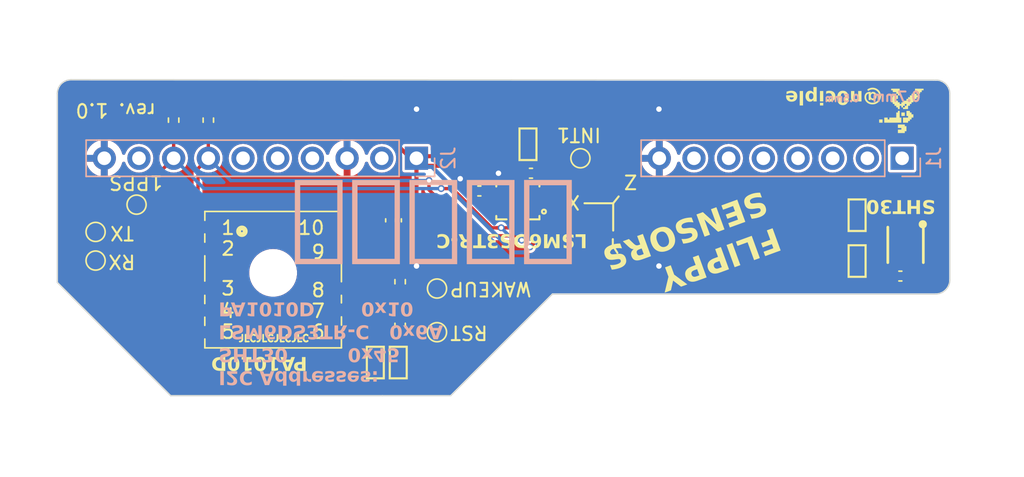
<source format=kicad_pcb>
(kicad_pcb (version 20221018) (generator pcbnew)
  (layers (0 "F.Cu" signal) (31 "B.Cu" signal) (34 "B.Paste" user) (35 "F.Paste" user) (36 "B.SilkS" user "B.Silkscreen") (37 "F.SilkS" user "F.Silkscreen") (38 "B.Mask" user) (39 "F.Mask" user) (44 "Edge.Cuts" user))
  (net 0 "")
  (net 1 "GND")
  (net 2 "+3.3V")
  (net 3 "+5V")
  (net 12 "TX UART")
  (net 13 "RX UART")
  (net 14 "SDA")
  (net 15 "SCL")
  (net 19 "Net-(U2-INT1)")
  (net 23 "Net-(U3-WAKEUP)")
  (net 24 "Net-(U3-~{RESET})")
  (net 25 "Net-(U3-1PPS)")
  (net 26 "Net-(U3-RX)")
  (net 27 "Net-(U3-TX)")
  (footprint "TestPoint:TestPoint_Pad_D1.0mm" (layer "F.Cu") (at 152 111.15)
    (fp_text reference "WAKEUP" hide)
    (fp_text value "wakup pin")
    (fp_circle (center 0 0) (end 0 0.7) (stroke (width 0.12)) (fill none) (layer "F.SilkS"))
    (pad "1" smd circle (at 0 0) (size 1 1) (layers "F.Cu" "F.Mask") (net 23 "Net-(U3-WAKEUP)"))
  )
  (footprint "TestPoint:TestPoint_Pad_D1.0mm" (layer "F.Cu") (at 127 107)
    (fp_text reference "TX" hide)
    (fp_text value "UART TX" hide)
    (fp_circle (center 0 0) (end 0 0.7) (stroke (width 0.12)) (fill none) (layer "F.SilkS"))
    (pad "1" smd circle (at 0 0) (size 1 1) (layers "F.Cu" "F.Mask") (net 27 "Net-(U3-TX)"))
  )
  (footprint "Capacitor_SMD:C_0402_1005Metric" (layer "F.Cu") (at 155.1 104 180)
    (fp_text reference "C2" hide)
    (fp_text value "100n" hide)
    (fp_line (start -0.107836 -0.36) (end 0.107836 -0.36) (stroke (width 0.12)) (layer "F.SilkS"))
    (fp_line (start -0.107836 0.36) (end 0.107836 0.36) (stroke (width 0.12)) (layer "F.SilkS"))
    (pad "1" smd roundrect (at -0.48 0 180) (size 0.56 0.62) (layers "F.Cu" "F.Paste" "F.Mask") (net 2 "+3.3V"))
    (pad "2" smd roundrect (at 0.48 0 180) (size 0.56 0.62) (layers "F.Cu" "F.Paste" "F.Mask") (net 1 "GND"))
  )
  (footprint "Resistor_SMD:R_0402_1005Metric" (layer "F.Cu") (at 149.3 110.65 90)
    (fp_text reference "R3" hide)
    (fp_text value "10k" hide)
    (fp_line (start -0.153641 -0.38) (end 0.153641 -0.38) (stroke (width 0.12)) (layer "F.SilkS"))
    (fp_line (start -0.153641 0.38) (end 0.153641 0.38) (stroke (width 0.12)) (layer "F.SilkS"))
    (pad "1" smd roundrect (at -0.51 0 90) (size 0.54 0.64) (layers "F.Cu" "F.Paste" "F.Mask") (net 23 "Net-(U3-WAKEUP)"))
    (pad "2" smd roundrect (at 0.51 0 90) (size 0.54 0.64) (layers "F.Cu" "F.Paste" "F.Mask") (net 1 "GND"))
  )
  (footprint "easyeda2kicad:LGA-14_L3.0-W2.5-P0.50-TL" (layer "F.Cu") (at 157.920002 104.749998 180)
    (fp_text reference "U2" hide)
    (fp_text value "LSM6DS3TR-C")
    (fp_line (start -1.58 -1.33) (end -1.58 -1.08) (stroke (width 0.15)) (layer "F.SilkS"))
    (fp_line (start -1.58 1.33) (end -1.58 1.08) (stroke (width 0.15)) (layer "F.SilkS"))
    (fp_line (start -0.83 -1.33) (end -1.58 -1.33) (stroke (width 0.15)) (layer "F.SilkS"))
    (fp_line (start -0.83 1.33) (end -1.58 1.33) (stroke (width 0.15)) (layer "F.SilkS"))
    (fp_line (start 0.83 -1.33) (end 1.58 -1.33) (stroke (width 0.15)) (layer "F.SilkS"))
    (fp_line (start 0.83 1.33) (end 1.58 1.33) (stroke (width 0.15)) (layer "F.SilkS"))
    (fp_line (start 1.58 -1.33) (end 1.58 -1.08) (stroke (width 0.15)) (layer "F.SilkS"))
    (fp_line (start 1.58 1.33) (end 1.58 1.08) (stroke (width 0.15)) (layer "F.SilkS"))
    (fp_circle (center -1.91 -0.76) (end -1.84 -0.76) (stroke (width 0.15)) (fill none) (layer "F.SilkS"))
    (pad "1" smd rect (at -1.26 -0.75 180) (size 0.68 0.28) (layers "F.Cu" "F.Paste" "F.Mask") (net 1 "GND"))
    (pad "2" smd rect (at -1.26 -0.25 180) (size 0.68 0.28) (layers "F.Cu" "F.Paste" "F.Mask") (net 1 "GND"))
    (pad "3" smd rect (at -1.26 0.25 180) (size 0.68 0.28) (layers "F.Cu" "F.Paste" "F.Mask") (net 1 "GND"))
    (pad "4" smd rect (at -1.26 0.75 180) (size 0.68 0.28) (layers "F.Cu" "F.Paste" "F.Mask") (net 19 "Net-(U2-INT1)"))
    (pad "5" smd rect (at -0.5 1.01 180) (size 0.28 0.68) (layers "F.Cu" "F.Paste" "F.Mask") (net 2 "+3.3V"))
    (pad "6" smd rect (at 0 1.01 180) (size 0.28 0.68) (layers "F.Cu" "F.Paste" "F.Mask") (net 1 "GND"))
    (pad "7" smd rect (at 0.5 1.01 180) (size 0.28 0.68) (layers "F.Cu" "F.Paste" "F.Mask") (net 1 "GND"))
    (pad "8" smd rect (at 1.26 0.75 180) (size 0.68 0.28) (layers "F.Cu" "F.Paste" "F.Mask") (net 2 "+3.3V"))
    (pad "9" smd rect (at 1.26 0.25 180) (size 0.68 0.28) (layers "F.Cu" "F.Paste" "F.Mask"))
    (pad "10" smd rect (at 1.26 -0.25 180) (size 0.68 0.28) (layers "F.Cu" "F.Paste" "F.Mask"))
    (pad "11" smd rect (at 1.26 -0.75 180) (size 0.68 0.28) (layers "F.Cu" "F.Paste" "F.Mask"))
    (pad "12" smd rect (at 0.5 -1.01 180) (size 0.28 0.68) (layers "F.Cu" "F.Paste" "F.Mask") (net 2 "+3.3V"))
    (pad "13" smd rect (at 0 -1.01 180) (size 0.28 0.68) (layers "F.Cu" "F.Paste" "F.Mask") (net 15 "SCL"))
    (pad "14" smd rect (at -0.5 -1.01 180) (size 0.28 0.68) (layers "F.Cu" "F.Paste" "F.Mask") (net 14 "SDA"))
  )
  (footprint "Resistor_SMD:R_0402_1005Metric" (layer "F.Cu") (at 132.715 98.806 -90)
    (fp_text reference "R2" hide)
    (fp_text value "10k" hide)
    (fp_line (start -0.153641 -0.38) (end 0.153641 -0.38) (stroke (width 0.12)) (layer "F.SilkS"))
    (fp_line (start -0.153641 0.38) (end 0.153641 0.38) (stroke (width 0.12)) (layer "F.SilkS"))
    (pad "1" smd roundrect (at -0.51 0 270) (size 0.54 0.64) (layers "F.Cu" "F.Paste" "F.Mask") (net 2 "+3.3V"))
    (pad "2" smd roundrect (at 0.51 0 270) (size 0.54 0.64) (layers "F.Cu" "F.Paste" "F.Mask") (net 15 "SCL"))
  )
  (footprint "Resistor_SMD:R_0402_1005Metric" (layer "F.Cu") (at 135.255 98.806 90)
    (fp_text reference "R1" hide)
    (fp_text value "10k" hide)
    (fp_line (start -0.153641 -0.38) (end 0.153641 -0.38) (stroke (width 0.12)) (layer "F.SilkS"))
    (fp_line (start -0.153641 0.38) (end 0.153641 0.38) (stroke (width 0.12)) (layer "F.SilkS"))
    (pad "1" smd roundrect (at -0.51 0 90) (size 0.54 0.64) (layers "F.Cu" "F.Paste" "F.Mask") (net 14 "SDA"))
    (pad "2" smd roundrect (at 0.51 0 90) (size 0.54 0.64) (layers "F.Cu" "F.Paste" "F.Mask") (net 2 "+3.3V"))
  )
  (footprint "easyeda2kicad:DFN-8_L2.5-W2.5-P0.50-BL-EP" (layer "F.Cu") (at 186.309 107.95 180)
    (fp_text reference "U1" hide)
    (fp_text value "SHT30-DIS-B10KS")
    (fp_line (start -1.3 1.3) (end -1.3 -1.3) (stroke (width 0.2)) (layer "F.SilkS"))
    (fp_line (start 1.3 1.3) (end 1.3 -1.3) (stroke (width 0.2)) (layer "F.SilkS"))
    (fp_arc (start -1.26 1.51) (mid -1.26 1.51) (end -1.26 1.51) (stroke (width 0.3)) (layer "F.SilkS"))
    (pad "1" smd rect (at -0.75 1.2 180) (size 0.25 0.7) (layers "F.Cu" "F.Paste" "F.Mask") (net 14 "SDA"))
    (pad "2" smd rect (at -0.25 1.2 180) (size 0.25 0.7) (layers "F.Cu" "F.Paste" "F.Mask") (net 1 "GND"))
    (pad "3" smd rect (at 0.25 1.2 180) (size 0.25 0.7) (layers "F.Cu" "F.Paste" "F.Mask"))
    (pad "4" smd rect (at 0.75 1.2 180) (size 0.25 0.7) (layers "F.Cu" "F.Paste" "F.Mask") (net 15 "SCL"))
    (pad "5" smd rect (at 0.75 -1.2 180) (size 0.25 0.7) (layers "F.Cu" "F.Paste" "F.Mask") (net 2 "+3.3V"))
    (pad "6" smd rect (at 0.25 -1.2 180) (size 0.25 0.7) (layers "F.Cu" "F.Paste" "F.Mask"))
    (pad "7" smd rect (at -0.25 -1.2 180) (size 0.25 0.7) (layers "F.Cu" "F.Paste" "F.Mask") (net 1 "GND"))
    (pad "8" smd rect (at -0.75 -1.2 180) (size 0.25 0.7) (layers "F.Cu" "F.Paste" "F.Mask") (net 1 "GND"))
    (pad "9" smd rect (at 0 0 180) (size 1.8 1.1) (layers "F.Cu" "F.Paste" "F.Mask") (net 1 "GND"))
  )
  (footprint "Capacitor_SMD:C_0402_1005Metric" (layer "F.Cu") (at 148.6 106.15 90)
    (fp_text reference "C5" hide)
    (fp_text value "100n" hide)
    (fp_line (start -0.107836 -0.36) (end 0.107836 -0.36) (stroke (width 0.12)) (layer "F.SilkS"))
    (fp_line (start -0.107836 0.36) (end 0.107836 0.36) (stroke (width 0.12)) (layer "F.SilkS"))
    (pad "1" smd roundrect (at -0.48 0 90) (size 0.56 0.62) (layers "F.Cu" "F.Paste" "F.Mask") (net 2 "+3.3V"))
    (pad "2" smd roundrect (at 0.48 0 90) (size 0.56 0.62) (layers "F.Cu" "F.Paste" "F.Mask") (net 1 "GND"))
  )
  (footprint "Capacitor_SMD:C_0402_1005Metric" (layer "F.Cu") (at 185.928 110.236)
    (fp_text reference "C1" hide)
    (fp_text value "100n" hide)
    (fp_line (start -0.107836 -0.36) (end 0.107836 -0.36) (stroke (width 0.12)) (layer "F.SilkS"))
    (fp_line (start -0.107836 0.36) (end 0.107836 0.36) (stroke (width 0.12)) (layer "F.SilkS"))
    (pad "1" smd roundrect (at -0.48 0) (size 0.56 0.62) (layers "F.Cu" "F.Paste" "F.Mask") (net 2 "+3.3V"))
    (pad "2" smd roundrect (at 0.48 0) (size 0.56 0.62) (layers "F.Cu" "F.Paste" "F.Mask") (net 1 "GND"))
  )
  (footprint "Resistor_SMD:R_0402_1005Metric" (layer "F.Cu") (at 149.3 113.85 -90)
    (fp_text reference "R4" hide)
    (fp_text value "10k" hide)
    (fp_line (start -0.153641 -0.38) (end 0.153641 -0.38) (stroke (width 0.12)) (layer "F.SilkS"))
    (fp_line (start -0.153641 0.38) (end 0.153641 0.38) (stroke (width 0.12)) (layer "F.SilkS"))
    (pad "1" smd roundrect (at -0.51 0 270) (size 0.54 0.64) (layers "F.Cu" "F.Paste" "F.Mask") (net 2 "+3.3V"))
    (pad "2" smd roundrect (at 0.51 0 270) (size 0.54 0.64) (layers "F.Cu" "F.Paste" "F.Mask") (net 24 "Net-(U3-~{RESET})"))
  )
  (footprint "PA1010D:PA1010D_footprint" (layer "F.Cu") (at 140 110)
    (fp_text reference "U3" hide)
    (fp_text value "PA1010D" hide)
    (fp_text user "8" (at 3.302 1.27) (layer "F.SilkS"))
    (fp_text user "9" (at 3.302 -1.524) (layer "F.SilkS"))
    (fp_text user "1" (at -3.302 -3.302) (layer "F.SilkS"))
    (fp_text user "6" (at 3.302 4.318) (layer "F.SilkS"))
    (fp_text user "5" (at -3.302 4.318) (layer "F.SilkS"))
    (fp_text user "10" (at 2.794 -3.302) (layer "F.SilkS"))
    (fp_text user "3" (at -3.302 1.143) (layer "F.SilkS"))
    (fp_text user "4" (at -3.302 2.794) (layer "F.SilkS"))
    (fp_text user "2" (at -3.302 -1.778) (layer "F.SilkS"))
    (fp_text user "7" (at 3.302 2.794) (layer "F.SilkS"))
    (fp_line (start -5.0038 -2.85) (end -5.0038 -2.25) (stroke (width 0.12)) (layer "F.SilkS"))
    (fp_line (start -5.0038 -1.25) (end -5.0038 0.6) (stroke (width 0.12)) (layer "F.SilkS"))
    (fp_line (start -5.0038 1.651) (end -5.0038 2.251) (stroke (width 0.12)) (layer "F.SilkS"))
    (fp_line (start -5.0038 3.25) (end -5.0038 3.85) (stroke (width 0.12)) (layer "F.SilkS"))
    (fp_line (start -5 -4.5) (end -5 -3.85) (stroke (width 0.12)) (layer "F.SilkS"))
    (fp_line (start -5 -4.5) (end 5 -4.5) (stroke (width 0.12)) (layer "F.SilkS"))
    (fp_line (start -5 5.5) (end -5 4.85) (stroke (width 0.12)) (layer "F.SilkS"))
    (fp_line (start -5 5.5) (end 5 5.5) (stroke (width 0.12)) (layer "F.SilkS"))
    (fp_line (start 5 -4.5) (end 5 -3.85) (stroke (width 0.12)) (layer "F.SilkS"))
    (fp_line (start 5 -2.85) (end 5 -2.25) (stroke (width 0.12)) (layer "F.SilkS"))
    (fp_line (start 5 -1.25) (end 5 0.65) (stroke (width 0.12)) (layer "F.SilkS"))
    (fp_line (start 5 1.65) (end 5 2.2) (stroke (width 0.12)) (layer "F.SilkS"))
    (fp_line (start 5 5.5) (end 5 4.85) (stroke (width 0.12)) (layer "F.SilkS"))
    (fp_line (start 5.0038 3.2258) (end 5.0038 3.8354) (stroke (width 0.12)) (layer "F.SilkS"))
    (fp_circle (center -2.286 -3.048) (end -2.159 -3.048) (stroke (width 0.12)) (fill none) (layer "F.SilkS"))
    (fp_circle (center -2.286 -3.048) (end -2.159 -2.921) (stroke (width 0.12)) (fill none) (layer "F.SilkS"))
    (fp_circle (center -2.286 -3.048) (end -2.032 -3.048) (stroke (width 0.12)) (fill none) (layer "F.SilkS"))
    (fp_circle (center -2.286 -3.048) (end -2.032 -2.794) (stroke (width 0.12)) (fill none) (layer "F.SilkS"))
    (pad "" np_thru_hole circle (at 0 0) (size 3 3) (drill 3) (layers "*.Cu" "*.Mask"))
    (pad "1" smd rect (at -5.5 -3.35) (size 3 0.8) (layers "F.Cu" "F.Paste" "F.Mask") (net 14 "SDA"))
    (pad "2" smd rect (at -5.5 -1.75) (size 3 0.8) (layers "F.Cu" "F.Paste" "F.Mask") (net 15 "SCL"))
    (pad "3" smd rect (at -5.5 1.15) (size 3 0.8) (layers "F.Cu" "F.Paste" "F.Mask") (net 25 "Net-(U3-1PPS)"))
    (pad "4" smd rect (at -5.5 2.75) (size 3 0.8) (layers "F.Cu" "F.Paste" "F.Mask") (net 27 "Net-(U3-TX)"))
    (pad "5" smd rect (at -5.5 4.35) (size 3 0.8) (layers "F.Cu" "F.Paste" "F.Mask") (net 26 "Net-(U3-RX)"))
    (pad "6" smd rect (at 5.5 4.35) (size 3 0.8) (layers "F.Cu" "F.Paste" "F.Mask") (net 24 "Net-(U3-~{RESET})"))
    (pad "7" smd rect (at 5.5 2.75) (size 3 0.8) (layers "F.Cu" "F.Paste" "F.Mask") (net 1 "GND"))
    (pad "8" smd rect (at 5.5 1.15) (size 3 0.8) (layers "F.Cu" "F.Paste" "F.Mask") (net 23 "Net-(U3-WAKEUP)"))
    (pad "9" smd rect (at 5.5 -1.75) (size 3 0.8) (layers "F.Cu" "F.Paste" "F.Mask") (net 2 "+3.3V"))
    (pad "10" smd rect (at 5.5 -3.35) (size 3 0.8) (layers "F.Cu" "F.Paste" "F.Mask") (net 2 "+3.3V"))
  )
  (footprint "Capacitor_SMD:C_0402_1005Metric" (layer "F.Cu") (at 158.88 102.7)
    (fp_text reference "C3" hide)
    (fp_text value "100n" hide)
    (fp_line (start -0.107836 -0.36) (end 0.107836 -0.36) (stroke (width 0.12)) (layer "F.SilkS"))
    (fp_line (start -0.107836 0.36) (end 0.107836 0.36) (stroke (width 0.12)) (layer "F.SilkS"))
    (pad "1" smd roundrect (at -0.48 0) (size 0.56 0.62) (layers "F.Cu" "F.Paste" "F.Mask") (net 2 "+3.3V"))
    (pad "2" smd roundrect (at 0.48 0) (size 0.56 0.62) (layers "F.Cu" "F.Paste" "F.Mask") (net 1 "GND"))
  )
  (footprint "TestPoint:TestPoint_Pad_D1.0mm" (layer "F.Cu") (at 162.5 101.6)
    (fp_text reference "INT1" hide)
    (fp_text value "TestPoint")
    (fp_circle (center 0 0) (end 0 0.7) (stroke (width 0.12)) (fill none) (layer "F.SilkS"))
    (pad "1" smd circle (at 0 0) (size 1 1) (layers "F.Cu" "F.Mask") (net 19 "Net-(U2-INT1)"))
  )
  (footprint "Capacitor_SMD:C_0402_1005Metric" (layer "F.Cu") (at 149.75 106.15 90)
    (fp_text reference "C4" hide)
    (fp_text value "1u" hide)
    (fp_line (start -0.107836 -0.36) (end 0.107836 -0.36) (stroke (width 0.12)) (layer "F.SilkS"))
    (fp_line (start -0.107836 0.36) (end 0.107836 0.36) (stroke (width 0.12)) (layer "F.SilkS"))
    (pad "1" smd roundrect (at -0.48 0 90) (size 0.56 0.62) (layers "F.Cu" "F.Paste" "F.Mask") (net 2 "+3.3V"))
    (pad "2" smd roundrect (at 0.48 0 90) (size 0.56 0.62) (layers "F.Cu" "F.Paste" "F.Mask") (net 1 "GND"))
  )
  (footprint "LOGO" (layer "F.Cu") (at 186 98.5 180)
    (fp_text reference "G***" hide)
    (fp_text value "LOGO" hide)
    (fp_poly (pts (xy 0 0.126666) (xy 0 0.253333) (xy -0.126667 0.253333) (xy -0.253334 0.253333) (xy -0.253334 0.126666) (xy -0.253334 0) (xy -0.126667 0) (xy 0 0)) (fill solid) (layer "F.SilkS"))
    (fp_poly (pts (xy 1.626666 -0.373334) (xy 1.626666 -0.253334) (xy 1.5 -0.253334) (xy 1.373333 -0.253334) (xy 1.373333 -0.373334) (xy 1.373333 -0.493334) (xy 1.5 -0.493334) (xy 1.626666 -0.493334)) (fill solid) (layer "F.SilkS"))
    (fp_poly (pts (xy 0.253333 -1.126667) (xy 0.253333 -1) (xy 0.126666 -1) (xy 0 -1) (xy 0 -0.94) (xy 0 -0.88) (xy 0.126666 -0.88) (xy 0.253333 -0.88) (xy 0.253333 -0.753334) (xy 0.253333 -0.626667) (xy 0 -0.626667) (xy -0.253334 -0.626667) (xy -0.253334 -0.686667) (xy -0.253334 -0.746667) (xy -0.313334 -0.746667) (xy -0.373334 -0.746667) (xy -0.373334 -0.933334) (xy -0.373334 -1.12) (xy -0.313334 -1.12) (xy -0.253334 -1.12) (xy -0.253334 -1.186667) (xy -0.253334 -1.253334) (xy 0 -1.253334) (xy 0.253333 -1.253334)) (fill solid) (layer "F.SilkS"))
    (fp_poly (pts (xy 1.253333 -0.306667) (xy 1.253333 -0.12) (xy 1.126666 -0.12) (xy 1 -0.12) (xy 1 -0.186667) (xy 1 -0.253334) (xy 0.94 -0.253334) (xy 0.88 -0.253334) (xy 0.88 -0.186667) (xy 0.88 -0.12) (xy 0.626666 -0.12) (xy 0.373333 -0.12) (xy 0.373333 0.066666) (xy 0.373333 0.253333) (xy 0.313333 0.253333) (xy 0.253333 0.253333) (xy 0.253333 0.313333) (xy 0.253333 0.373333) (xy 0.186666 0.373333) (xy 0.12 0.373333) (xy 0.12 0.126666) (xy 0.12 -0.12) (xy 0.06 -0.12) (xy 0 -0.12) (xy 0 -0.306667) (xy 0 -0.493334) (xy 0.626666 -0.493334) (xy 1.253333 -0.493334)) (fill solid) (layer "F.SilkS"))
    (fp_poly (pts (xy -0.12 -0.306667) (xy -0.12 -0.12) (xy -0.306667 -0.12) (xy -0.493334 -0.12) (xy -0.493334 -0.06) (xy -0.493334 0) (xy -0.433334 0) (xy -0.373334 0) (xy -0.373334 0.186666) (xy -0.373334 0.373333) (xy -0.5 0.373333) (xy -0.626667 0.373333) (xy -0.626667 0.313333) (xy -0.626667 0.253333) (xy -0.686667 0.253333) (xy -0.746667 0.253333) (xy -0.746667 0.186666) (xy -0.746667 0.12) (xy -0.813334 0.12) (xy -0.88 0.12) (xy -0.88 0) (xy -0.88 -0.12) (xy -0.813334 -0.12) (xy -0.746667 -0.12) (xy -0.746667 -0.186667) (xy -0.746667 -0.253334) (xy -0.686667 -0.253334) (xy -0.626667 -0.253334) (xy -0.626667 -0.313334) (xy -0.626667 -0.373334) (xy -0.56 -0.373334) (xy -0.493334 -0.373334) (xy -0.493334 -0.433334) (xy -0.493334 -0.493334) (xy -0.306667 -0.493334) (xy -0.12 -0.493334)) (fill solid) (layer "F.SilkS"))
    (fp_poly (pts (xy -0.12 0.566666) (xy -0.12 0.626666) (xy -0.186667 0.626666) (xy -0.253334 0.626666) (xy -0.253334 0.686666) (xy -0.253334 0.746666) (xy -0.313334 0.746666) (xy -0.373334 0.746666) (xy -0.373334 0.813333) (xy -0.373334 0.88) (xy -0.313334 0.88) (xy -0.253334 0.88) (xy -0.253334 0.813333) (xy -0.253334 0.746666) (xy -0.186667 0.746666) (xy -0.12 0.746666) (xy -0.12 0.686666) (xy -0.12 0.626666) (xy -0.06 0.626666) (xy 0 0.626666) (xy 0 0.686666) (xy 0 0.746666) (xy 0.06 0.746666) (xy 0.12 0.746666) (xy 0.12 0.626666) (xy 0.12 0.506666) (xy 0.186666 0.506666) (xy 0.253333 0.506666) (xy 0.253333 0.566666) (xy 0.253333 0.626666) (xy 0.313333 0.626666) (xy 0.373333 0.626666) (xy 0.373333 0.686666) (xy 0.373333 0.746666) (xy 0.44 0.746666) (xy 0.506666 0.746666) (xy 0.506666 0.813333) (xy 0.506666 0.88) (xy 0.566666 0.88) (xy 0.626666 0.88) (xy 0.626666 0.94) (xy 0.626666 1) (xy 0.686666 1) (xy 0.746666 1) (xy 0.746666 1.186666) (xy 0.746666 1.373333) (xy 0.686666 1.373333) (xy 0.626666 1.373333) (xy 0.626666 1.44) (xy 0.626666 1.506666) (xy 0.566666 1.506666) (xy 0.506666 1.506666) (xy 0.506666 1.566666) (xy 0.506666 1.626666) (xy 0.44 1.626666) (xy 0.373333 1.626666) (xy 0.373333 1.686666) (xy 0.373333 1.746666) (xy 0.5 1.746666) (xy 0.626666 1.746666) (xy 0.626666 1.813333) (xy 0.626666 1.88) (xy 0.686666 1.88) (xy 0.746666 1.88) (xy 0.746666 1.94) (xy 0.746666 2) (xy 0.433333 2) (xy 0.12 2) (xy 0.12 1.753333) (xy 0.12 1.506666) (xy 0.186666 1.506666) (xy 0.253333 1.506666) (xy 0.253333 1.566666) (xy 0.253333 1.626666) (xy 0.313333 1.626666) (xy 0.373333 1.626666) (xy 0.373333 1.566666) (xy 0.373333 1.506666) (xy 0.313333 1.506666) (xy 0.253333 1.506666) (xy 0.253333 1.38) (xy 0.253333 1.253333) (xy 0.313333 1.253333) (xy 0.373333 1.253333) (xy 0.373333 1.186666) (xy 0.373333 1.12) (xy 0.313333 1.12) (xy 0.253333 1.12) (xy 0.253333 1.06) (xy 0.253333 1) (xy 0.186666 1) (xy 0.12 1) (xy 0.12 0.94) (xy 0.12 0.88) (xy 0.06 0.88) (xy 0 0.88) (xy 0 0.94) (xy 0 1) (xy -0.06 1) (xy -0.12 1) (xy -0.12 1.06) (xy -0.12 1.12) (xy -0.246667 1.12) (xy -0.373334 1.12) (xy -0.373334 1.186666) (xy -0.373334 1.253333) (xy -0.433334 1.253333) (xy -0.493334 1.253333) (xy -0.493334 1.313333) (xy -0.493334 1.373333) (xy -0.56 1.373333) (xy -0.626667 1.373333) (xy -0.626667 1.44) (xy -0.626667 1.506666) (xy -0.686667 1.506666) (xy -0.746667 1.506666) (xy -0.746667 1.566666) (xy -0.746667 1.626666) (xy -0.813334 1.626666) (xy -0.88 1.626666) (xy -0.88 1.686666) (xy -0.88 1.746666) (xy -0.94 1.746666) (xy -1 1.746666) (xy -1 1.873333) (xy -1 2) (xy -1.313334 2) (xy -1.626667 2) (xy -1.626667 1.94) (xy -1.626667 1.88) (xy -1.56 1.88) (xy -1.493334 1.88) (xy -1.493334 1.813333) (xy -1.493334 1.746666) (xy -1.433334 1.746666) (xy -1.373334 1.746666) (xy -1.373334 1.686666) (xy -1.373334 1.626666) (xy -1.246667 1.626666) (xy -1.12 1.626666) (xy -1.12 1.686666) (xy -1.12 1.746666) (xy -1.06 1.746666) (xy -1 1.746666) (xy -1 1.686666) (xy -1 1.626666) (xy -1.06 1.626666) (xy -1.12 1.626666) (xy -1.12 1.566666) (xy -1.12 1.506666) (xy -1.186667 1.506666) (xy -1.253334 1.506666) (xy -1.253334 1.44) (xy -1.253334 1.373333) (xy -1.186667 1.373333) (xy -1.12 1.373333) (xy -1.12 1.313333) (xy -1.12 1.253333) (xy -1.06 1.253333) (xy -1 1.253333) (xy -1 1.186666) (xy -1 1.12) (xy -0.94 1.12) (xy -0.88 1.12) (xy -0.88 1.06) (xy -0.88 1) (xy -0.813334 1) (xy -0.746667 1) (xy -0.746667 0.94) (xy -0.746667 0.88) (xy -0.686667 0.88) (xy -0.626667 0.88) (xy -0.626667 0.813333) (xy -0.626667 0.746666) (xy -0.56 0.746666) (xy -0.493334 0.746666) (xy -0.493334 0.626666) (xy -0.493334 0.506666) (xy -0.306667 0.506666) (xy -0.12 0.506666)) (fill solid) (layer "F.SilkS"))
  )
  (footprint "TestPoint:TestPoint_Pad_D1.0mm" (layer "F.Cu") (at 152 114.35)
    (fp_text reference "RST" hide)
    (fp_text value "reset pin")
    (fp_circle (center 0 0) (end 0 0.7) (stroke (width 0.12)) (fill none) (layer "F.SilkS"))
    (pad "1" smd circle (at 0 0) (size 1 1) (layers "F.Cu" "F.Mask") (net 24 "Net-(U3-~{RESET})"))
  )
  (footprint "TestPoint:TestPoint_Pad_D1.0mm" (layer "F.Cu") (at 127 109.1)
    (fp_text reference "RX" hide)
    (fp_text value "UART RX" hide)
    (fp_circle (center 0 0) (end 0 0.7) (stroke (width 0.12)) (fill none) (layer "F.SilkS"))
    (pad "1" smd circle (at 0 0) (size 1 1) (layers "F.Cu" "F.Mask") (net 26 "Net-(U3-RX)"))
  )
  (footprint "TestPoint:TestPoint_Pad_D1.0mm" (layer "F.Cu") (at 130 105)
    (fp_text reference "1PPS" hide)
    (fp_text value "1PPS" hide)
    (fp_circle (center 0 0) (end 0 0.7) (stroke (width 0.12)) (fill none) (layer "F.SilkS"))
    (pad "1" smd circle (at 0 0) (size 1 1) (layers "F.Cu" "F.Mask") (net 25 "Net-(U3-1PPS)"))
  )
  (footprint "Connector_PinHeader_2.54mm:PinHeader_1x10_P2.54mm_Vertical" (layer "B.Cu") (at 150.495 101.6 90)
    (fp_text reference "J2" (at 0 2.33 90) (layer "B.SilkS") (effects (justify mirror)))
    (fp_text value "PINHD_1x10_Male")
    (fp_line (start -1.33 -24.19) (end 1.33 -24.19) (stroke (width 0.12)) (layer "B.SilkS"))
    (fp_line (start -1.33 -1.27) (end -1.33 -24.19) (stroke (width 0.12)) (layer "B.SilkS"))
    (fp_line (start -1.33 -1.27) (end 1.33 -1.27) (stroke (width 0.12)) (layer "B.SilkS"))
    (fp_line (start -1.33 0) (end -1.33 1.33) (stroke (width 0.12)) (layer "B.SilkS"))
    (fp_line (start -1.33 1.33) (end 0 1.33) (stroke (width 0.12)) (layer "B.SilkS"))
    (fp_line (start 1.33 -1.27) (end 1.33 -24.19) (stroke (width 0.12)) (layer "B.SilkS"))
    (pad "1" thru_hole rect (at 0 0 90) (size 1.7 1.7) (drill 1) (layers "*.Cu" "*.Mask") (net 2 "+3.3V"))
    (pad "2" thru_hole oval (at 0 -2.54 90) (size 1.7 1.7) (drill 1) (layers "*.Cu" "*.Mask"))
    (pad "3" thru_hole oval (at 0 -5.08 90) (size 1.7 1.7) (drill 1) (layers "*.Cu" "*.Mask") (net 1 "GND"))
    (pad "4" thru_hole oval (at 0 -7.62 90) (size 1.7 1.7) (drill 1) (layers "*.Cu" "*.Mask"))
    (pad "5" thru_hole oval (at 0 -10.16 90) (size 1.7 1.7) (drill 1) (layers "*.Cu" "*.Mask") (net 12 "TX UART"))
    (pad "6" thru_hole oval (at 0 -12.7 90) (size 1.7 1.7) (drill 1) (layers "*.Cu" "*.Mask") (net 13 "RX UART"))
    (pad "7" thru_hole oval (at 0 -15.24 90) (size 1.7 1.7) (drill 1) (layers "*.Cu" "*.Mask") (net 14 "SDA"))
    (pad "8" thru_hole oval (at 0 -17.78 90) (size 1.7 1.7) (drill 1) (layers "*.Cu" "*.Mask") (net 15 "SCL"))
    (pad "9" thru_hole oval (at 0 -20.32 90) (size 1.7 1.7) (drill 1) (layers "*.Cu" "*.Mask"))
    (pad "10" thru_hole oval (at 0 -22.86 90) (size 1.7 1.7) (drill 1) (layers "*.Cu" "*.Mask") (net 1 "GND"))
  )
  (footprint "Connector_PinHeader_2.54mm:PinHeader_1x08_P2.54mm_Vertical" (layer "B.Cu") (at 186.055 101.6 90)
    (fp_text reference "J1" (at 0 2.33 90) (layer "B.SilkS") (effects (justify mirror)))
    (fp_text value "PINHD_1x8_Male")
    (fp_line (start -1.33 -19.11) (end 1.33 -19.11) (stroke (width 0.12)) (layer "B.SilkS"))
    (fp_line (start -1.33 -1.27) (end -1.33 -19.11) (stroke (width 0.12)) (layer "B.SilkS"))
    (fp_line (start -1.33 -1.27) (end 1.33 -1.27) (stroke (width 0.12)) (layer "B.SilkS"))
    (fp_line (start -1.33 0) (end -1.33 1.33) (stroke (width 0.12)) (layer "B.SilkS"))
    (fp_line (start -1.33 1.33) (end 0 1.33) (stroke (width 0.12)) (layer "B.SilkS"))
    (fp_line (start 1.33 -1.27) (end 1.33 -19.11) (stroke (width 0.12)) (layer "B.SilkS"))
    (pad "1" thru_hole rect (at 0 0 90) (size 1.7 1.7) (drill 1) (layers "*.Cu" "*.Mask") (net 3 "+5V"))
    (pad "2" thru_hole oval (at 0 -2.54 90) (size 1.7 1.7) (drill 1) (layers "*.Cu" "*.Mask"))
    (pad "3" thru_hole oval (at 0 -5.08 90) (size 1.7 1.7) (drill 1) (layers "*.Cu" "*.Mask"))
    (pad "4" thru_hole oval (at 0 -7.62 90) (size 1.7 1.7) (drill 1) (layers "*.Cu" "*.Mask"))
    (pad "5" thru_hole oval (at 0 -10.16 90) (size 1.7 1.7) (drill 1) (layers "*.Cu" "*.Mask"))
    (pad "6" thru_hole oval (at 0 -12.7 90) (size 1.7 1.7) (drill 1) (layers "*.Cu" "*.Mask"))
    (pad "7" thru_hole oval (at 0 -15.24 90) (size 1.7 1.7) (drill 1) (layers "*.Cu" "*.Mask"))
    (pad "8" thru_hole oval (at 0 -17.78 90) (size 1.7 1.7) (drill 1) (layers "*.Cu" "*.Mask") (net 1 "GND"))
  )
  (gr_line (start 164.9 104.9) (end 165.3 104.4) (stroke (width 0.15)) (layer "F.SilkS"))
  (gr_line (start 164.9 104.9) (end 164.9 106.9) (stroke (width 0.15)) (layer "F.SilkS"))
  (gr_line (start 162.8 104.9) (end 164.9 104.9) (stroke (width 0.15)) (layer "F.SilkS"))
  (gr_line (start 132.5 119) (end 148 119) (stroke (width 0.1)) (layer "Edge.Cuts"))
  (gr_line (start 189.55 96.875) (end 189.55 110.525) (stroke (width 0.1)) (layer "Edge.Cuts"))
  (gr_arc (start 124.2 96.85) (mid 124.492893 96.142893) (end 125.2 95.85) (stroke (width 0.1)) (layer "Edge.Cuts"))
  (gr_line (start 124.2 110.55) (end 124.2 110.7) (stroke (width 0.1)) (layer "Edge.Cuts"))
  (gr_line (start 148 119) (end 153 119) (stroke (width 0.1)) (layer "Edge.Cuts"))
  (gr_arc (start 188.550049 95.870038) (mid 189.255969 96.167601) (end 189.55 96.875) (stroke (width 0.1)) (layer "Edge.Cuts"))
  (gr_line (start 153 119) (end 160.45 111.55) (stroke (width 0.1)) (layer "Edge.Cuts"))
  (gr_line (start 124.2 110.7) (end 132.5 119) (stroke (width 0.1)) (layer "Edge.Cuts"))
  (gr_line (start 125.2 95.85) (end 188.55 95.875) (stroke (width 0.1)) (layer "Edge.Cuts"))
  (gr_arc (start 189.549999 110.525) (mid 189.242672 111.242672) (end 188.525 111.549999) (stroke (width 0.1)) (layer "Edge.Cuts"))
  (gr_line (start 188.525 111.549999) (end 160.45 111.55) (stroke (width 0.1)) (layer "Edge.Cuts"))
  (gr_line (start 124.2 110.55) (end 124.2 96.85) (stroke (width 0.1)) (layer "Edge.Cuts"))
  (gr_text "0.7mm" (at 187.5 97.5) (layer "B.SilkS") (effects (font (size 0.7 0.7)) (justify left bottom mirror)))
  (gr_text "I2C Addresses:\nSHT30         0x45\nLSM6DS3TR-C   0x6A\nPA1010D       0x10" (at 136 112 180) (layer "B.SilkS") (effects (font (size 1 1) (thickness 0.15) bold) (justify left bottom mirror)))
  (gr_text "0.5mm" (at 183 97.5) (layer "B.SilkS") (effects (font (size 0.5 0.5) (thickness 0.125)) (justify left bottom mirror)))
  (gr_text "フリッパー " (at 141.24 103.59 180) (layer "B.SilkS") (effects (font (size 5 5) (thickness 0.3) bold) (justify left bottom mirror)))
  (gr_text "rev. 1.0" (at 131.5 97.5 180) (layer "F.SilkS") (effects (font (size 1 1)) (justify left bottom)))
  (gr_text "RX" (at 130 108.6 180) (layer "F.SilkS") (effects (font (size 1 1)) (justify left bottom)))
  (gr_text "🌡\n️💧" (at 183.6 104.7 180) (layer "F.SilkS") (effects (font (size 2 2)) (justify left bottom)))
  (gr_text "PA1010D" (at 142.5 116 180) (layer "F.SilkS") (effects (font (size 1 1)) (justify left bottom)))
  (gr_text "1PPS\n" (at 132 102.8 180) (layer "F.SilkS") (effects (font (size 1 1)) (justify left bottom)))
  (gr_text "@n0ciple" (at 184.6 96.5 180) (layer "F.SilkS") (effects (font (size 1 1)) (justify left bottom)))
  (gr_text "SHT30" (at 188.5 104.5 180) (layer "F.SilkS") (effects (font (size 1 1)) (justify left bottom)))
  (gr_text "️🌍️🛰" (at 150 115.5 180) (layer "F.SilkS") (effects (font (size 2 2)) (justify left bottom)))
  (gr_text "X" (at 161.4 105.5) (layer "F.SilkS") (effects (font (size 1 1)) (justify left bottom)))
  (gr_text "JLCJLCJLCJLC" (at 137.4 115.1) (layer "F.SilkS") (effects (font (size 0.5 0.5) (thickness 0.125) bold) (justify left bottom)))
  (gr_text "LSM6DS3TR-C" (at 163 107 180) (layer "F.SilkS") (effects (font (size 1 1)) (justify left bottom)))
  (gr_text "TX" (at 129.9 106.5 180) (layer "F.SilkS") (effects (font (size 1 1)) (justify left bottom)))
  (gr_text "Z" (at 165.6 104) (layer "F.SilkS") (effects (font (size 1 1)) (justify left bottom)))
  (gr_text "RST\n" (at 155.8 113.8 180) (layer "F.SilkS") (effects (font (size 1 1)) (justify left bottom)))
  (gr_text "Y\n" (at 165.4 107.4 180) (layer "F.SilkS") (effects (font (size 1 1)) (justify left bottom)))
  (gr_text "🫨" (at 159.5 99.5 180) (layer "F.SilkS") (effects (font (size 2 2)) (justify left bottom)))
  (gr_text "INT1\n" (at 164.1 99.3 180) (layer "F.SilkS") (effects (font (size 1 1)) (justify left bottom)))
  (gr_text "WAKEUP" (at 159 110.6 180) (layer "F.SilkS") (effects (font (size 1 1)) (justify left bottom)))
  (gr_text "FLIPPY \nSENSORS" (at 175.7 103.7 200) (layer "F.SilkS") (effects (font (size 1.7 1.7)) (justify left bottom)))
  (segment (start 186.559 109.15) (end 186.559 108.2) (width 0.3) (layer "F.Cu") (net 1))
  (segment (start 154.62 104) (end 154.54 104) (width 0.3) (layer "F.Cu") (net 1))
  (segment (start 186.559 107.7) (end 186.309 107.95) (width 0.3) (layer "F.Cu") (net 1))
  (segment (start 156.5 102.7) (end 156.5 102.819996) (width 0.3) (layer "F.Cu") (net 1))
  (segment (start 186.559 110.085) (end 186.408 110.236) (width 0.3) (layer "F.Cu") (net 1))
  (segment (start 186.559 106.75) (end 186.559 107.7) (width 0.3) (layer "F.Cu") (net 1))
  (segment (start 186.559 108.2) (end 186.309 107.95) (width 0.3) (layer "F.Cu") (net 1))
  (segment (start 159.180002 104.999998) (end 159.180002 105.499998) (width 0.3) (layer "F.Cu") (net 1))
  (segment (start 187.059 108.7) (end 186.309 107.95) (width 0.3) (layer "F.Cu") (net 1))
  (segment (start 154.6 104) (end 153.7 103.1) (width 0.3) (layer "F.Cu") (net 1))
  (segment (start 159.180002 104.499998) (end 159.899998 104.499998) (width 0.3) (layer "F.Cu") (net 1))
  (segment (start 159.180002 104.999998) (end 159.180002 104.499998) (width 0.3) (layer "F.Cu") (net 1))
  (segment (start 157.920002 103.739998) (end 157.420002 103.739998) (width 0.3) (layer "F.Cu") (net 1))
  (segment (start 154.6 104) (end 154.62 104) (width 0.3) (layer "F.Cu") (net 1))
  (segment (start 156.5 102.819996) (end 157.420002 103.739998) (width 0.3) (layer "F.Cu") (net 1))
  (segment (start 187.059 109.15) (end 187.059 108.7) (width 0.3) (layer "F.Cu") (net 1))
  (segment (start 153.7 103.1) (end 153.8 103.2) (width 0.3) (layer "F.Cu") (net 1))
  (segment (start 186.559 109.15) (end 186.559 110.085) (width 0.3) (layer "F.Cu") (net 1))
  (segment (start 159.899998 104.499998) (end 160.4 105) (width 0.3) (layer "F.Cu") (net 1))
  (via (at 168.25 109.5) (size 0.8) (drill 0.4) (layers "F.Cu" "B.Cu") (net 1))
  (via (at 150.5 98) (size 0.8) (drill 0.4) (layers "F.Cu" "B.Cu") (net 1))
  (via (at 153.7 103.1) (size 0.8) (drill 0.4) (layers "F.Cu" "B.Cu") (net 1))
  (via (at 156.5 102.7) (size 0.8) (drill 0.4) (layers "F.Cu" "B.Cu") (net 1))
  (via (at 150.5 109.5) (size 0.8) (drill 0.4) (layers "F.Cu" "B.Cu") (net 1))
  (via (at 168.25 98) (size 0.8) (drill 0.4) (layers "F.Cu" "B.Cu") (net 1))
  (segment (start 157.15 101.45) (end 151.222135 101.45) (width 0.3) (layer "F.Cu") (net 2))
  (segment (start 150.5 108.6) (end 149.75 107.85) (width 0.3) (layer "F.Cu") (net 2))
  (segment (start 148.6 106.63) (end 148.6 107.95) (width 0.3) (layer "F.Cu") (net 2))
  (segment (start 155.58 103.690001) (end 154.044525 102.154526) (width 0.3) (layer "F.Cu") (net 2))
  (segment (start 132.715 98.296) (end 135.255 98.296) (width 0.3) (layer "F.Cu") (net 2))
  (segment (start 155.58 105.575) (end 155.58 104) (width 0.3) (layer "F.Cu") (net 2))
  (segment (start 154.044525 102.154526) (end 150.86638 102.154526) (width 0.3) (layer "F.Cu") (net 2))
  (segment (start 148.6 107.95) (end 148.3 108.25) (width 0.3) (layer "F.Cu") (net 2))
  (segment (start 150.86638 102.154526) (end 150.695719 102.232463) (width 0.3) (layer "F.Cu") (net 2))
  (segment (start 153.4 111.7) (end 153.4 110.6) (width 0.3) (layer "F.Cu") (net 2))
  (segment (start 183.909 107.5) (end 183.9 107.5) (width 0.3) (layer "F.Cu") (net 2))
  (segment (start 135.255 98.296) (end 146.75855 98.296) (width 0.3) (layer "F.Cu") (net 2))
  (segment (start 148.6 106.63) (end 149.75 106.63) (width 0.3) (layer "F.Cu") (net 2))
  (segment (start 146.75855 98.296) (end 149.882791 101.420241) (width 0.3) (layer "F.Cu") (net 2))
  (segment (start 183.9 107.5) (end 159.4 107.5) (width 0.3) (layer "F.Cu") (net 2))
  (segment (start 155.58 104) (end 155.58 103.690001) (width 0.3) (layer "F.Cu") (net 2))
  (segment (start 149.3 113.34) (end 151.76 113.34) (width 0.3) (layer "F.Cu") (net 2))
  (segment (start 159.4 107.5) (end 158.8 108.1) (width 0.3) (layer "F.Cu") (net 2))
  (segment (start 151.76 113.34) (end 153.4 111.7) (width 0.3) (layer "F.Cu") (net 2))
  (segment (start 151.4 108.6) (end 150.5 108.6) (width 0.3) (layer "F.Cu") (net 2))
  (segment (start 155.58 104) (end 156.66 104) (width 0.3) (layer "F.Cu") (net 2))
  (segment (start 185.559 109.15) (end 185.559 110.125) (width 0.3) (layer "F.Cu") (net 2))
  (segment (start 145.5 106.65) (end 148.58 106.65) (width 0.3) (layer "F.Cu") (net 2))
  (segment (start 185.559 110.125) (end 185.448 110.236) (width 0.3) (layer "F.Cu") (net 2))
  (segment (start 148.58 106.65) (end 148.6 106.63) (width 0.3) (layer "F.Cu") (net 2))
  (segment (start 157.420002 105.759998) (end 157.190002 105.989998) (width 0.3) (layer "F.Cu") (net 2))
  (segment (start 150.495 106.194999) (end 150.495 101.6) (width 0.3) (layer "F.Cu") (net 2))
  (segment (start 158.4 102.7) (end 157.15 101.45) (width 0.3) (layer "F.Cu") (net 2))
  (segment (start 153.4 110.6) (end 151.4 108.6) (width 0.3) (layer "F.Cu") (net 2))
  (segment (start 157.190002 105.989998) (end 155.994998 105.989998) (width 0.3) (layer "F.Cu") (net 2))
  (segment (start 158.420002 103.739998) (end 158.420002 102.720002) (width 0.3) (layer "F.Cu") (net 2))
  (segment (start 156.66 104) (end 156.660002 103.999998) (width 0.3) (layer "F.Cu") (net 2))
  (segment (start 150.059999 106.63) (end 150.495 106.194999) (width 0.3) (layer "F.Cu") (net 2))
  (segment (start 155.994998 105.989998) (end 155.58 105.575) (width 0.3) (layer "F.Cu") (net 2))
  (segment (start 149.75 107.85) (end 149.75 106.63) (width 0.3) (layer "F.Cu") (net 2))
  (segment (start 158.420002 102.720002) (end 158.4 102.7) (width 0.3) (layer "F.Cu") (net 2))
  (segment (start 148.3 108.25) (end 145.5 108.25) (width 0.3) (layer "F.Cu") (net 2))
  (segment (start 185.559 109.15) (end 183.909 107.5) (width 0.3) (layer "F.Cu") (net 2))
  (segment (start 149.75 106.63) (end 150.059999 106.63) (width 0.3) (layer "F.Cu") (net 2))
  (via micro (at 158.8 108.1) (size 0.5) (drill 0.3) (layers "F.Cu" "B.Cu") (net 2))
  (segment (start 158.4 108.5) (end 157.6 108.5) (width 0.3) (layer "B.Cu") (net 2))
  (segment (start 151.635587 102.232463) (end 150.695719 102.232463) (width 0.3) (layer "B.Cu") (net 2))
  (segment (start 158.8 108.1) (end 158.4 108.5) (width 0.3) (layer "B.Cu") (net 2))
  (segment (start 152.95457 103.551446) (end 151.635587 102.232463) (width 0.3) (layer "B.Cu") (net 2))
  (segment (start 157.6 108.5) (end 152.95457 103.85457) (width 0.3) (layer "B.Cu") (net 2))
  (segment (start 152.95457 103.85457) (end 152.95457 103.551446) (width 0.3) (layer "B.Cu") (net 2))
  (segment (start 184.2 106.5) (end 184.9 105.8) (width 0.25) (layer "F.Cu") (net 14))
  (segment (start 186.734 105.8) (end 187.059 106.125) (width 0.25) (layer "F.Cu") (net 14))
  (segment (start 158.370002 106.55) (end 158.370002 106.576394) (width 0.25) (layer "F.Cu") (net 14))
  (segment (start 158.420002 106.5) (end 184.2 106.5) (width 0.25) (layer "F.Cu") (net 14))
  (segment (start 152.1 104.6) (end 151.413223 103.913223) (width 0.25) (layer "F.Cu") (net 14))
  (segment (start 158.420002 106.5) (end 158.370002 106.55) (width 0.25) (layer "F.Cu") (net 14))
  (segment (start 134.5 102.355) (end 135.255 101.6) (width 0.25) (layer "F.Cu") (net 14))
  (segment (start 135.255 99.316) (end 135.255 100.788225) (width 0.25) (layer "F.Cu") (net 14))
  (segment (start 153 104.6) (end 152.1 104.6) (width 0.25) (layer "F.Cu") (net 14))
  (segment (start 151.413223 103.913223) (end 151.413223 103.232462) (width 0.25) (layer "F.Cu") (net 14))
  (segment (start 184.9 105.8) (end 186.734 105.8) (width 0.25) (layer "F.Cu") (net 14))
  (segment (start 134.5 106.65) (end 134.5 102.355) (width 0.25) (layer "F.Cu") (net 14))
  (segment (start 135.255 100.788225) (end 135.145004 100.898221) (width 0.25) (layer "F.Cu") (net 14))
  (segment (start 155.683058 107.283058) (end 153 104.6) (width 0.25) (layer "F.Cu") (net 14))
  (segment (start 158.420002 106.5) (end 158.420002 106.526394) (width 0.25) (layer "F.Cu") (net 14))
  (segment (start 158.420002 105.759998) (end 158.420002 106.5) (width 0.25) (layer "F.Cu") (net 14))
  (segment (start 157.663338 107.283058) (end 155.683058 107.283058) (width 0.25) (layer "F.Cu") (net 14))
  (segment (start 187.059 106.125) (end 187.059 106.75) (width 0.25) (layer "F.Cu") (net 14))
  (segment (start 158.370002 106.576394) (end 157.663338 107.283058) (width 0.25) (layer "F.Cu") (net 14))
  (via micro (at 151.413223 103.232462) (size 0.5) (drill 0.3) (layers "F.Cu" "B.Cu") (net 14))
  (segment (start 135.255 101.6) (end 136.887462 103.232462) (width 0.25) (layer "B.Cu") (net 14))
  (segment (start 136.887462 103.232462) (end 151.413223 103.232462) (width 0.25) (layer "B.Cu") (net 14))
  (segment (start 185.309 107) (end 180.9 107) (width 0.25) (layer "F.Cu") (net 15))
  (segment (start 157.61 106.7) (end 156.4 106.7) (width 0.25) (layer "F.Cu") (net 15))
  (segment (start 156.4 106.7) (end 156.008253 106.7) (width 0.25) (layer "F.Cu") (net 15))
  (segment (start 185.559 106.75) (end 185.309 107) (width 0.25) (layer "F.Cu") (net 15))
  (segment (start 132.05 108.25) (end 131.6 107.8) (width 0.25) (layer "F.Cu") (net 15))
  (segment (start 157.920002 106.389998) (end 157.61 106.7) (width 0.25) (layer "F.Cu") (net 15))
  (segment (start 134.5 108.25) (end 132.05 108.25) (width 0.25) (layer "F.Cu") (net 15))
  (segment (start 153.128938 103.820685) (end 152.30457 103.820685) (width 0.25) (layer "F.Cu") (net 15))
  (segment (start 180.9 107) (end 158.8 107) (width 0.25) (layer "F.Cu") (net 15))
  (segment (start 132.715 99.316) (end 132.715 100.788224) (width 0.25) (layer "F.Cu") (net 15))
  (segment (start 131.6 102.715) (end 132.715 101.6) (width 0.25) (layer "F.Cu") (net 15))
  (segment (start 132.715 100.788224) (end 132.605003 100.898221) (width 0.25) (layer "F.Cu") (net 15))
  (segment (start 157.920002 105.759998) (end 157.920002 106.389998) (width 0.25) (layer "F.Cu") (net 15))
  (segment (start 158.8 107) (end 158.2 107.6) (width 0.25) (layer "F.Cu") (net 15))
  (segment (start 156.008253 106.7) (end 153.128938 103.820685) (width 0.25) (layer "F.Cu") (net 15))
  (segment (start 131.6 107.8) (end 131.6 102.715) (width 0.25) (layer "F.Cu") (net 15))
  (segment (start 156.4 106.7) (end 156.7 106.7) (width 0.25) (layer "F.Cu") (net 15))
  (via micro (at 152.30457 103.820685) (size 0.5) (drill 0.3) (layers "F.Cu" "B.Cu") (net 15))
  (via micro (at 158.2 107.6) (size 0.5) (drill 0.3) (layers "F.Cu" "B.Cu") (net 15))
  (via micro (at 156.7 106.7) (size 0.5) (drill 0.3) (layers "F.Cu" "B.Cu") (net 15))
  (segment (start 134.935685 103.820685) (end 152.30457 103.820685) (width 0.25) (layer "B.Cu") (net 15))
  (segment (start 158.2 107.6) (end 157.6 107.6) (width 0.25) (layer "B.Cu") (net 15))
  (segment (start 158.2 107.6) (end 158.2 107.516116) (width 0.25) (layer "B.Cu") (net 15))
  (segment (start 132.715 101.6) (end 134.935685 103.820685) (width 0.25) (layer "B.Cu") (net 15))
  (segment (start 157.6 107.6) (end 156.7 106.7) (width 0.25) (layer "B.Cu") (net 15))
  (segment (start 161.799998 103.999998) (end 161.8 104) (width 0.25) (layer "F.Cu") (net 19))
  (segment (start 159.180002 103.999998) (end 161.799998 103.999998) (width 0.25) (layer "F.Cu") (net 19))
  (segment (start 162.5 103.3) (end 162.5 101.6) (width 0.25) (layer "F.Cu") (net 19))
  (segment (start 161.8 104) (end 162.5 103.3) (width 0.25) (layer "F.Cu") (net 19))
  (segment (start 145.5 111.15) (end 152 111.15) (width 0.25) (layer "F.Cu") (net 23))
  (segment (start 145.5 114.35) (end 152 114.35) (width 0.25) (layer "F.Cu") (net 24))
  (segment (start 134.5 111.15) (end 132.75 109.4) (width 0.25) (layer "F.Cu") (net 25))
  (segment (start 131.9 109.4) (end 130 107.5) (width 0.25) (layer "F.Cu") (net 25))
  (segment (start 130 107.5) (end 130 105) (width 0.25) (layer "F.Cu") (net 25))
  (segment (start 132.75 109.4) (end 131.9 109.4) (width 0.25) (layer "F.Cu") (net 25))
  (segment (start 132.25 114.35) (end 134.5 114.35) (width 0.25) (layer "F.Cu") (net 26))
  (segment (start 127 109.1) (end 132.25 114.35) (width 0.25) (layer "F.Cu") (net 26))
  (segment (start 132.75 112.75) (end 134.5 112.75) (width 0.25) (layer "F.Cu") (net 27))
  (segment (start 127 107) (end 132.75 112.75) (width 0.25) (layer "F.Cu") (net 27))
  (zone (net 0) (net_name "") (layer "F.Cu") (connect_pads (clearance 0)) (min_thickness 0.25)
    (keepout (tracks allowed) (vias allowed) (pads allowed) (copperpour not_allowed) (footprints allowed))
    (fill (thermal_gap 0.5) (thermal_bridge_width 0.5))
    (polygon (pts (xy 155 101.9) (xy 156.9 101.9) (xy 157.8 102.8) (xy 157.7 103.5) (xy 156 103.5) (xy 154.8 102.2)))
  )
  (zone (net 0) (net_name "") (layer "F.Cu") (connect_pads (clearance 0)) (min_thickness 0.25)
    (keepout (tracks allowed) (vias allowed) (pads allowed) (copperpour not_allowed) (footprints allowed))
    (fill (thermal_gap 0.5) (thermal_bridge_width 0.5))
    (polygon (pts (xy 154.5 103) (xy 153.9 102.4) (xy 151.5 102.4) (xy 151.3 102.8) (xy 151.7 103) (xy 151.8 103.6) (xy 152.3 103.4) (xy 152.6 103.6) (xy 153.2 103.6) (xy 153.7 104.1)))
  )
  (zone (net 1) (net_name "GND") (layers "F&B.Cu") (connect_pads (clearance 0)) (min_thickness 0.25) (fill yes (thermal_gap 0.5) (thermal_bridge_width 0.5))
    (polygon (pts (xy 120 90) (xy 195 90) (xy 195 125) (xy 120 125)))
  )
)
</source>
